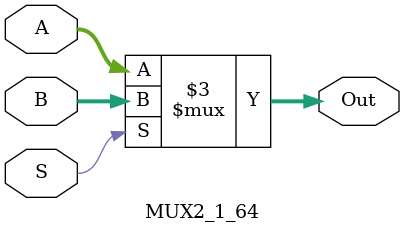
<source format=v>
`timescale 1ns / 1ps
module MUX2_1_64(
    input [63:0] A,
    input [63:0] B,
    input S,
    output reg [63:0] Out
    );
	always @(A, B, S)
		case (S)
			'b0: Out <= A;
			default: Out <= B;
		endcase
endmodule

</source>
